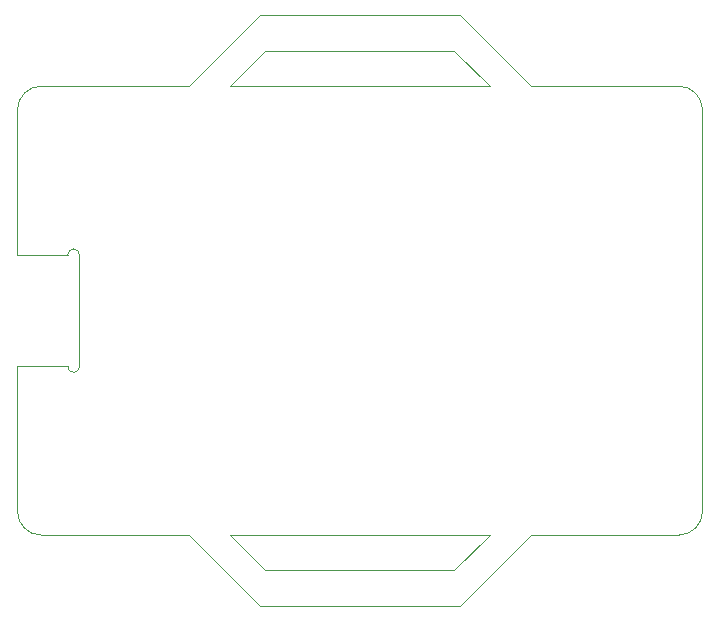
<source format=gm1>
G04 #@! TF.GenerationSoftware,KiCad,Pcbnew,9.0.1*
G04 #@! TF.CreationDate,2025-10-21T09:50:54-05:00*
G04 #@! TF.ProjectId,STM32 Cyber Watch,53544d33-3220-4437-9962-657220576174,rev?*
G04 #@! TF.SameCoordinates,Original*
G04 #@! TF.FileFunction,Profile,NP*
%FSLAX46Y46*%
G04 Gerber Fmt 4.6, Leading zero omitted, Abs format (unit mm)*
G04 Created by KiCad (PCBNEW 9.0.1) date 2025-10-21 09:50:54*
%MOMM*%
%LPD*%
G01*
G04 APERTURE LIST*
G04 #@! TA.AperFunction,Profile*
%ADD10C,0.050000*%
G04 #@! TD*
G04 APERTURE END LIST*
D10*
X166500000Y-150200000D02*
X172500000Y-144200000D01*
X166500000Y-100200000D02*
X149500000Y-100200000D01*
X166500000Y-100200000D02*
X172500000Y-106200000D01*
X169000000Y-106200000D02*
X147000000Y-106200000D01*
X185000000Y-106200000D02*
G75*
G02*
X187000000Y-108200000I0J-2000000D01*
G01*
X131000000Y-144200000D02*
G75*
G02*
X129000000Y-142200000I0J2000000D01*
G01*
X143500000Y-106200000D02*
X149500000Y-100200000D01*
X166500000Y-150200000D02*
X149500000Y-150200000D01*
X187000000Y-142200000D02*
X187000000Y-108200000D01*
X147000000Y-106200000D02*
X150000000Y-103200000D01*
X143500000Y-106200000D02*
X131000000Y-106200000D01*
X147000000Y-144200000D02*
X169000000Y-144200000D01*
X143500000Y-144200000D02*
X149500000Y-150200000D01*
X172500000Y-144200000D02*
X185000000Y-144200000D01*
X129000000Y-142200000D02*
X129000000Y-131700000D01*
X129000000Y-108200000D02*
X129000000Y-118700000D01*
X169000000Y-144200000D02*
X166000000Y-147200000D01*
X166000000Y-147200000D02*
X150000000Y-147200000D01*
X187000000Y-142200000D02*
G75*
G02*
X185000000Y-144200000I-2000000J0D01*
G01*
X129000000Y-108200000D02*
G75*
G02*
X131000000Y-106200000I2000000J0D01*
G01*
X147000000Y-144200000D02*
X150000000Y-147200000D01*
X166000000Y-103200000D02*
X150000000Y-103200000D01*
X131000000Y-144200000D02*
X143500000Y-144200000D01*
X185000000Y-106200000D02*
X172500000Y-106200000D01*
X169000000Y-106200000D02*
X166000000Y-103200000D01*
X134250000Y-129925000D02*
G75*
G02*
X133250000Y-129925000I-500000J0D01*
G01*
X133250000Y-120475000D02*
G75*
G02*
X134250000Y-120475000I500000J0D01*
G01*
X134250000Y-120475000D02*
X134250000Y-129925000D01*
X133250000Y-129925000D02*
X129000000Y-129925000D01*
X129000000Y-129925000D02*
X129000000Y-131700000D01*
X129000000Y-120475000D02*
X133250000Y-120475000D01*
X129000000Y-118700000D02*
X129000000Y-120475000D01*
M02*

</source>
